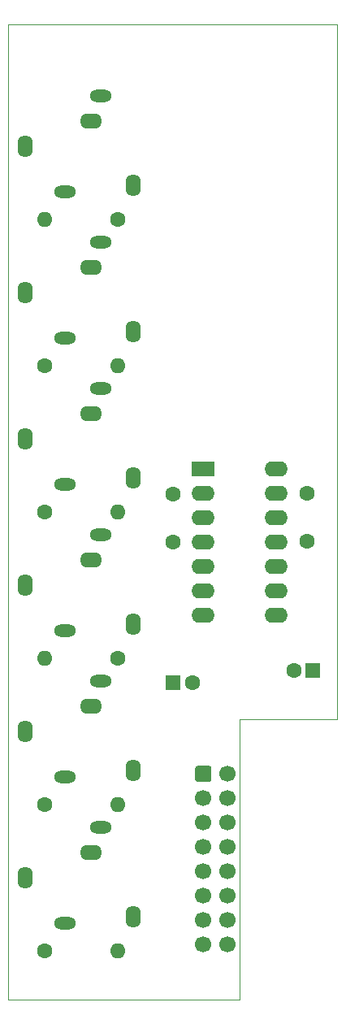
<source format=gbr>
G04 #@! TF.GenerationSoftware,KiCad,Pcbnew,(5.1.9)-1*
G04 #@! TF.CreationDate,2021-03-02T09:31:53+01:00*
G04 #@! TF.ProjectId,Buffered Multiple Main,42756666-6572-4656-9420-4d756c746970,rev?*
G04 #@! TF.SameCoordinates,Original*
G04 #@! TF.FileFunction,Soldermask,Bot*
G04 #@! TF.FilePolarity,Negative*
%FSLAX46Y46*%
G04 Gerber Fmt 4.6, Leading zero omitted, Abs format (unit mm)*
G04 Created by KiCad (PCBNEW (5.1.9)-1) date 2021-03-02 09:31:53*
%MOMM*%
%LPD*%
G01*
G04 APERTURE LIST*
G04 #@! TA.AperFunction,Profile*
%ADD10C,0.050000*%
G04 #@! TD*
%ADD11O,2.300000X1.300000*%
%ADD12O,2.300000X1.600000*%
%ADD13O,1.600000X2.300000*%
%ADD14O,1.600000X1.600000*%
%ADD15C,1.600000*%
%ADD16O,2.400000X1.600000*%
%ADD17R,2.400000X1.600000*%
%ADD18C,1.700000*%
%ADD19R,1.600000X1.600000*%
G04 APERTURE END LIST*
D10*
X24130000Y-72390000D02*
X24130000Y-101600000D01*
X34290000Y-72390000D02*
X24130000Y-72390000D01*
X0Y-101600000D02*
X0Y0D01*
X24130000Y-101600000D02*
X0Y-101600000D01*
X34290000Y0D02*
X34290000Y-72390000D01*
X0Y0D02*
X34290000Y0D01*
D11*
X5900000Y-63220000D03*
X9600000Y-53220000D03*
D12*
X8600000Y-55820000D03*
D13*
X13000000Y-62520000D03*
X1700000Y-58420000D03*
D11*
X5900000Y-93700000D03*
X9600000Y-83700000D03*
D12*
X8600000Y-86300000D03*
D13*
X13000000Y-93000000D03*
X1700000Y-88900000D03*
D11*
X5900000Y-78460000D03*
X9600000Y-68460000D03*
D12*
X8600000Y-71060000D03*
D13*
X13000000Y-77760000D03*
X1700000Y-73660000D03*
D11*
X5900000Y-47980000D03*
X9600000Y-37980000D03*
D12*
X8600000Y-40580000D03*
D13*
X13000000Y-47280000D03*
X1700000Y-43180000D03*
D11*
X5900000Y-32740000D03*
X9600000Y-22740000D03*
D12*
X8600000Y-25340000D03*
D13*
X13000000Y-32040000D03*
X1700000Y-27940000D03*
D11*
X5900000Y-17500000D03*
X9600000Y-7500000D03*
D12*
X8600000Y-10100000D03*
D13*
X13000000Y-16800000D03*
X1700000Y-12700000D03*
D14*
X3810000Y-66040000D03*
D15*
X11430000Y-66040000D03*
D14*
X11430000Y-35560000D03*
D15*
X3810000Y-35560000D03*
D16*
X27940000Y-46355000D03*
X20320000Y-61595000D03*
X27940000Y-48895000D03*
X20320000Y-59055000D03*
X27940000Y-51435000D03*
X20320000Y-56515000D03*
X27940000Y-53975000D03*
X20320000Y-53975000D03*
X27940000Y-56515000D03*
X20320000Y-51435000D03*
X27940000Y-59055000D03*
X20320000Y-48895000D03*
X27940000Y-61595000D03*
D17*
X20320000Y-46355000D03*
D14*
X11430000Y-96520000D03*
D15*
X3810000Y-96520000D03*
D14*
X11430000Y-81280000D03*
D15*
X3810000Y-81280000D03*
D14*
X11430000Y-50800000D03*
D15*
X3810000Y-50800000D03*
D14*
X3810000Y-20320000D03*
D15*
X11430000Y-20320000D03*
D18*
X22860000Y-95885000D03*
X22860000Y-93345000D03*
X22860000Y-90805000D03*
X22860000Y-88265000D03*
X22860000Y-85725000D03*
X22860000Y-83185000D03*
X22860000Y-80645000D03*
X22860000Y-78105000D03*
X20320000Y-95885000D03*
X20320000Y-93345000D03*
X20320000Y-90805000D03*
X20320000Y-88265000D03*
X20320000Y-85725000D03*
X20320000Y-83185000D03*
X20320000Y-80645000D03*
G36*
G01*
X19470000Y-78705000D02*
X19470000Y-77505000D01*
G75*
G02*
X19720000Y-77255000I250000J0D01*
G01*
X20920000Y-77255000D01*
G75*
G02*
X21170000Y-77505000I0J-250000D01*
G01*
X21170000Y-78705000D01*
G75*
G02*
X20920000Y-78955000I-250000J0D01*
G01*
X19720000Y-78955000D01*
G75*
G02*
X19470000Y-78705000I0J250000D01*
G01*
G37*
D15*
X31115000Y-53895000D03*
X31115000Y-48895000D03*
X17145000Y-48975000D03*
X17145000Y-53975000D03*
X29750000Y-67310000D03*
D19*
X31750000Y-67310000D03*
D15*
X19145000Y-68580000D03*
D19*
X17145000Y-68580000D03*
M02*

</source>
